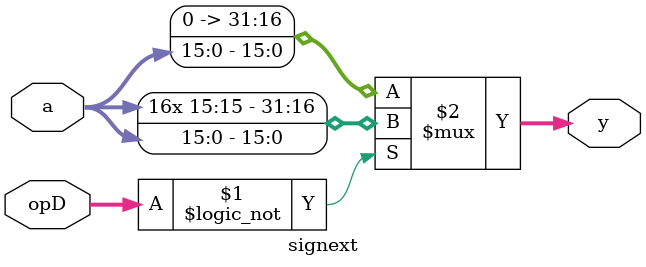
<source format=v>
`timescale 1ns / 1ps


module signext(
	input wire[15:0] a,
	input wire[5:0] opD,
	output wire[31:0] y
    );

	assign y = (opD == 6'b000000) ? {{16{a[15]}},a}: {{16{1'b0}}, a};
endmodule

</source>
